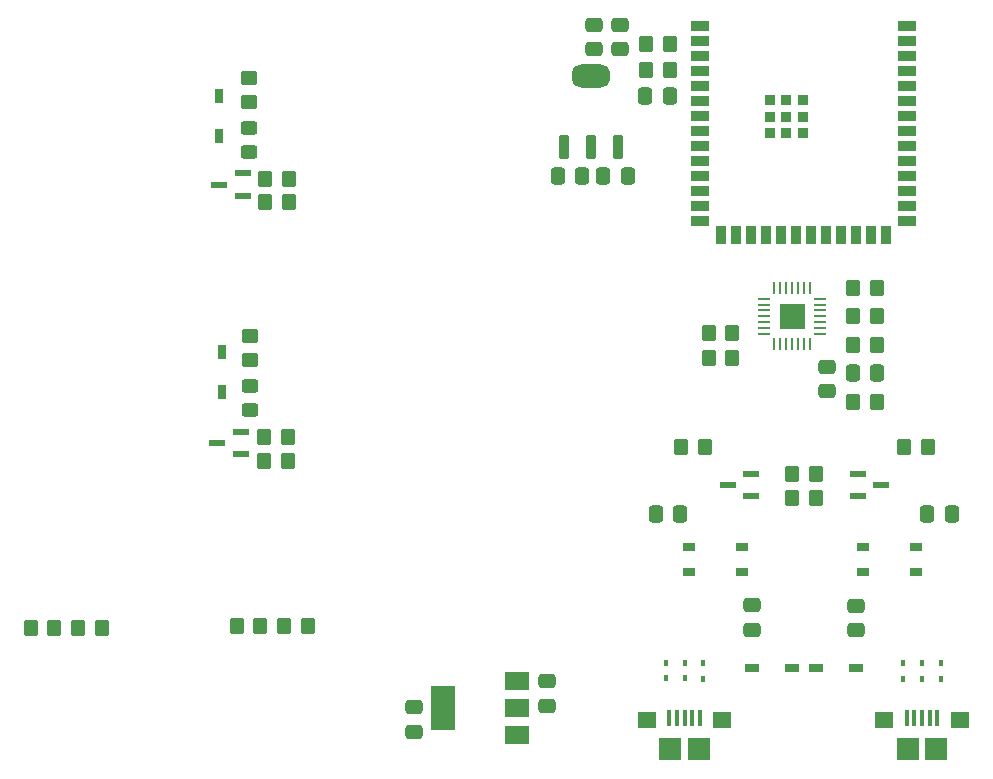
<source format=gbr>
%TF.GenerationSoftware,KiCad,Pcbnew,7.0.9*%
%TF.CreationDate,2024-04-07T16:06:57-05:00*%
%TF.ProjectId,Humidifier Subsystem,48756d69-6469-4666-9965-722053756273,rev?*%
%TF.SameCoordinates,Original*%
%TF.FileFunction,Paste,Top*%
%TF.FilePolarity,Positive*%
%FSLAX46Y46*%
G04 Gerber Fmt 4.6, Leading zero omitted, Abs format (unit mm)*
G04 Created by KiCad (PCBNEW 7.0.9) date 2024-04-07 16:06:57*
%MOMM*%
%LPD*%
G01*
G04 APERTURE LIST*
G04 Aperture macros list*
%AMRoundRect*
0 Rectangle with rounded corners*
0 $1 Rounding radius*
0 $2 $3 $4 $5 $6 $7 $8 $9 X,Y pos of 4 corners*
0 Add a 4 corners polygon primitive as box body*
4,1,4,$2,$3,$4,$5,$6,$7,$8,$9,$2,$3,0*
0 Add four circle primitives for the rounded corners*
1,1,$1+$1,$2,$3*
1,1,$1+$1,$4,$5*
1,1,$1+$1,$6,$7*
1,1,$1+$1,$8,$9*
0 Add four rect primitives between the rounded corners*
20,1,$1+$1,$2,$3,$4,$5,0*
20,1,$1+$1,$4,$5,$6,$7,0*
20,1,$1+$1,$6,$7,$8,$9,0*
20,1,$1+$1,$8,$9,$2,$3,0*%
G04 Aperture macros list end*
%ADD10C,0.010000*%
%ADD11RoundRect,0.250000X0.350000X0.450000X-0.350000X0.450000X-0.350000X-0.450000X0.350000X-0.450000X0*%
%ADD12R,1.422400X0.558800*%
%ADD13RoundRect,0.250000X-0.475000X0.337500X-0.475000X-0.337500X0.475000X-0.337500X0.475000X0.337500X0*%
%ADD14RoundRect,0.051100X-0.313900X0.553900X-0.313900X-0.553900X0.313900X-0.553900X0.313900X0.553900X0*%
%ADD15R,2.000000X1.500000*%
%ADD16R,2.000000X3.800000*%
%ADD17R,1.000000X0.700000*%
%ADD18RoundRect,0.250000X-0.337500X-0.475000X0.337500X-0.475000X0.337500X0.475000X-0.337500X0.475000X0*%
%ADD19RoundRect,0.250000X-0.350000X-0.450000X0.350000X-0.450000X0.350000X0.450000X-0.350000X0.450000X0*%
%ADD20RoundRect,0.250000X0.337500X0.475000X-0.337500X0.475000X-0.337500X-0.475000X0.337500X-0.475000X0*%
%ADD21R,0.400000X0.480000*%
%ADD22R,1.500000X0.900000*%
%ADD23R,0.900000X1.500000*%
%ADD24R,0.900000X0.900000*%
%ADD25RoundRect,0.250000X0.475000X-0.337500X0.475000X0.337500X-0.475000X0.337500X-0.475000X-0.337500X0*%
%ADD26RoundRect,0.250000X0.450000X-0.325000X0.450000X0.325000X-0.450000X0.325000X-0.450000X-0.325000X0*%
%ADD27R,0.400000X1.350000*%
%ADD28R,1.600000X1.400000*%
%ADD29R,1.900000X1.900000*%
%ADD30RoundRect,0.111600X0.353400X-0.878400X0.353400X0.878400X-0.353400X0.878400X-0.353400X-0.878400X0*%
%ADD31RoundRect,0.792000X0.823000X-0.198000X0.823000X0.198000X-0.823000X0.198000X-0.823000X-0.198000X0*%
%ADD32RoundRect,0.250000X0.450000X-0.350000X0.450000X0.350000X-0.450000X0.350000X-0.450000X-0.350000X0*%
%ADD33R,0.270000X0.990000*%
%ADD34R,0.990000X0.270000*%
%ADD35R,1.320800X0.558800*%
%ADD36R,1.210000X0.730000*%
G04 APERTURE END LIST*
%TO.C,U4*%
D10*
X127027740Y-87777740D02*
X124972260Y-87777740D01*
X124972260Y-85722260D01*
X127027740Y-85722260D01*
X127027740Y-87777740D01*
G36*
X127027740Y-87777740D02*
G01*
X124972260Y-87777740D01*
X124972260Y-85722260D01*
X127027740Y-85722260D01*
X127027740Y-87777740D01*
G37*
%TD*%
D11*
%TO.C,R7*%
X120950000Y-90300000D03*
X118950000Y-90300000D03*
%TD*%
D12*
%TO.C,U5*%
X122500000Y-102000000D03*
X122500000Y-100095000D03*
X120569600Y-101047500D03*
%TD*%
D13*
%TO.C,C8*%
X129000000Y-91000000D03*
X129000000Y-93075000D03*
%TD*%
D11*
%TO.C,R6*%
X133200000Y-89150000D03*
X131200000Y-89150000D03*
%TD*%
D12*
%TO.C,U6*%
X131600000Y-100095000D03*
X131600000Y-102000000D03*
X133530400Y-101047500D03*
%TD*%
D14*
%TO.C,D11*%
X77450002Y-71480000D03*
X77450002Y-68120000D03*
%TD*%
D15*
%TO.C,U3*%
X102750000Y-122200000D03*
X102750000Y-119900000D03*
X102750000Y-117600000D03*
D16*
X96450000Y-119900000D03*
%TD*%
D11*
%TO.C,R13*%
X115665000Y-63710000D03*
X113665000Y-63710000D03*
%TD*%
D17*
%TO.C,S1*%
X136500000Y-108400000D03*
X132000000Y-108400000D03*
X136500000Y-106250000D03*
X132000000Y-106250000D03*
%TD*%
D18*
%TO.C,C1*%
X110002500Y-74910000D03*
X112077500Y-74910000D03*
%TD*%
D19*
%TO.C,R1*%
X81300000Y-99000000D03*
X83300000Y-99000000D03*
%TD*%
D20*
%TO.C,C10*%
X115665000Y-68110000D03*
X113590000Y-68110000D03*
%TD*%
%TO.C,C2*%
X108240000Y-74910000D03*
X106165000Y-74910000D03*
%TD*%
D21*
%TO.C,D1*%
X138600000Y-116100000D03*
X138600000Y-117420000D03*
%TD*%
D11*
%TO.C,R18*%
X63547500Y-113100000D03*
X61547500Y-113100000D03*
%TD*%
%TO.C,R3*%
X133200000Y-86750000D03*
X131200000Y-86750000D03*
%TD*%
D17*
%TO.C,S2*%
X121800000Y-108400000D03*
X117300000Y-108400000D03*
X121800000Y-106250000D03*
X117300000Y-106250000D03*
%TD*%
D22*
%TO.C,U1*%
X118250000Y-62140000D03*
X118250000Y-63410000D03*
X118250000Y-64680000D03*
X118250000Y-65950000D03*
X118250000Y-67220000D03*
X118250000Y-68490000D03*
X118250000Y-69760000D03*
X118250000Y-71030000D03*
X118250000Y-72300000D03*
X118250000Y-73570000D03*
X118250000Y-74840000D03*
X118250000Y-76110000D03*
X118250000Y-77380000D03*
X118250000Y-78650000D03*
D23*
X120015000Y-79900000D03*
X121285000Y-79900000D03*
X122555000Y-79900000D03*
X123825000Y-79900000D03*
X125095000Y-79900000D03*
X126365000Y-79900000D03*
X127635000Y-79900000D03*
X128905000Y-79900000D03*
X130175000Y-79900000D03*
X131445000Y-79900000D03*
X132715000Y-79900000D03*
X133985000Y-79900000D03*
D22*
X135750000Y-78650000D03*
X135750000Y-77380000D03*
X135750000Y-76110000D03*
X135750000Y-74840000D03*
X135750000Y-73570000D03*
X135750000Y-72300000D03*
X135750000Y-71030000D03*
X135750000Y-69760000D03*
X135750000Y-68490000D03*
X135750000Y-67220000D03*
X135750000Y-65950000D03*
X135750000Y-64680000D03*
X135750000Y-63410000D03*
X135750000Y-62140000D03*
D24*
X125500000Y-69860000D03*
X124100000Y-69860000D03*
X126900000Y-69860000D03*
X124100000Y-71260000D03*
X125500000Y-71260000D03*
X126900000Y-71260000D03*
X124100000Y-68460000D03*
X125500000Y-68460000D03*
X126900000Y-68460000D03*
%TD*%
D19*
%TO.C,R10*%
X126000000Y-100100000D03*
X128000000Y-100100000D03*
%TD*%
D25*
%TO.C,C4*%
X109265000Y-64147500D03*
X109265000Y-62072500D03*
%TD*%
D26*
%TO.C,D10*%
X80132654Y-94660001D03*
X80132654Y-92610001D03*
%TD*%
D11*
%TO.C,R11*%
X118600000Y-97800000D03*
X116600000Y-97800000D03*
%TD*%
D21*
%TO.C,D3*%
X118500000Y-116100000D03*
X118500000Y-117420000D03*
%TD*%
D27*
%TO.C,J2*%
X135700000Y-120725000D03*
X136350000Y-120725000D03*
X137000000Y-120725000D03*
X137650000Y-120725000D03*
X138300000Y-120725000D03*
D28*
X133800000Y-120950000D03*
X140200000Y-120950000D03*
D29*
X138200000Y-123400000D03*
X135800000Y-123400000D03*
%TD*%
D30*
%TO.C,U2*%
X106700000Y-72415000D03*
X109000000Y-72415000D03*
X111300000Y-72415000D03*
D31*
X109000000Y-66385000D03*
%TD*%
D21*
%TO.C,D4*%
X116900000Y-116080000D03*
X116900000Y-117400000D03*
%TD*%
D20*
%TO.C,C12*%
X116537500Y-103500000D03*
X114462500Y-103500000D03*
%TD*%
D11*
%TO.C,R9*%
X128000000Y-102100000D03*
X126000000Y-102100000D03*
%TD*%
D25*
%TO.C,C5*%
X111465000Y-64147500D03*
X111465000Y-62072500D03*
%TD*%
D32*
%TO.C,R19*%
X80132654Y-90435001D03*
X80132654Y-88435001D03*
%TD*%
D14*
%TO.C,D9*%
X77732654Y-93115001D03*
X77732654Y-89755001D03*
%TD*%
D11*
%TO.C,R5*%
X133200000Y-94000000D03*
X131200000Y-94000000D03*
%TD*%
%TO.C,R17*%
X81000000Y-113000000D03*
X79000000Y-113000000D03*
%TD*%
D19*
%TO.C,R16*%
X65547500Y-113100000D03*
X67547500Y-113100000D03*
%TD*%
D13*
%TO.C,C3*%
X105300000Y-117625000D03*
X105300000Y-119700000D03*
%TD*%
%TO.C,C13*%
X94000000Y-119862500D03*
X94000000Y-121937500D03*
%TD*%
D33*
%TO.C,U4*%
X124500000Y-89110000D03*
X125000000Y-89110000D03*
X125500000Y-89110000D03*
X126000000Y-89110000D03*
X126500000Y-89110000D03*
X127000000Y-89110000D03*
X127500000Y-89110000D03*
D34*
X128360000Y-88250000D03*
X128360000Y-87750000D03*
X128360000Y-87250000D03*
X128360000Y-86750000D03*
X128360000Y-86250000D03*
X128360000Y-85750000D03*
X128360000Y-85250000D03*
D33*
X127500000Y-84390000D03*
X127000000Y-84390000D03*
X126500000Y-84390000D03*
X126000000Y-84390000D03*
X125500000Y-84390000D03*
X125000000Y-84390000D03*
X124500000Y-84390000D03*
D34*
X123640000Y-85250000D03*
X123640000Y-85750000D03*
X123640000Y-86250000D03*
X123640000Y-86750000D03*
X123640000Y-87250000D03*
X123640000Y-87750000D03*
X123640000Y-88250000D03*
%TD*%
D27*
%TO.C,J3*%
X115600000Y-120725000D03*
X116250000Y-120725000D03*
X116900000Y-120725000D03*
X117550000Y-120725000D03*
X118200000Y-120725000D03*
D28*
X113700000Y-120950000D03*
X120100000Y-120950000D03*
D29*
X118100000Y-123400000D03*
X115700000Y-123400000D03*
%TD*%
D35*
%TO.C,U10*%
X79482002Y-76552500D03*
X79482002Y-74647500D03*
X77450002Y-75600000D03*
%TD*%
D21*
%TO.C,D7*%
X135400000Y-116100000D03*
X135400000Y-117420000D03*
%TD*%
D35*
%TO.C,U7*%
X79332654Y-98435001D03*
X79332654Y-96530001D03*
X77300654Y-97482501D03*
%TD*%
D26*
%TO.C,D12*%
X80050002Y-72825000D03*
X80050002Y-70775000D03*
%TD*%
D21*
%TO.C,D2*%
X137000000Y-116100000D03*
X137000000Y-117420000D03*
%TD*%
D11*
%TO.C,R22*%
X83417348Y-75100000D03*
X81417348Y-75100000D03*
%TD*%
D19*
%TO.C,R12*%
X135500000Y-97800000D03*
X137500000Y-97800000D03*
%TD*%
D36*
%TO.C,D6*%
X128040000Y-116500000D03*
X131400000Y-116500000D03*
%TD*%
D19*
%TO.C,R15*%
X83000000Y-113000000D03*
X85000000Y-113000000D03*
%TD*%
D32*
%TO.C,R24*%
X80050002Y-68600000D03*
X80050002Y-66600000D03*
%TD*%
D18*
%TO.C,C9*%
X131162500Y-91550000D03*
X133237500Y-91550000D03*
%TD*%
D11*
%TO.C,R8*%
X120950000Y-88200000D03*
X118950000Y-88200000D03*
%TD*%
D19*
%TO.C,R23*%
X81400000Y-77100000D03*
X83400000Y-77100000D03*
%TD*%
D21*
%TO.C,D8*%
X115300000Y-116080000D03*
X115300000Y-117400000D03*
%TD*%
D25*
%TO.C,C7*%
X122600000Y-113300000D03*
X122600000Y-111225000D03*
%TD*%
D36*
%TO.C,D5*%
X125960000Y-116500000D03*
X122600000Y-116500000D03*
%TD*%
D11*
%TO.C,R2*%
X83300000Y-97000000D03*
X81300000Y-97000000D03*
%TD*%
D18*
%TO.C,C11*%
X137462500Y-103500000D03*
X139537500Y-103500000D03*
%TD*%
D11*
%TO.C,R4*%
X133200000Y-84350000D03*
X131200000Y-84350000D03*
%TD*%
D19*
%TO.C,R14*%
X113665000Y-65910000D03*
X115665000Y-65910000D03*
%TD*%
D25*
%TO.C,C6*%
X131400000Y-113337500D03*
X131400000Y-111262500D03*
%TD*%
M02*

</source>
